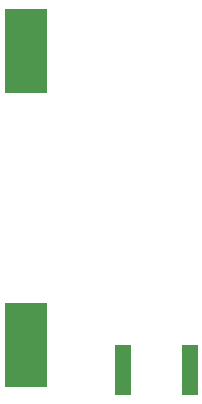
<source format=gbr>
G04 #@! TF.GenerationSoftware,KiCad,Pcbnew,5.1.5*
G04 #@! TF.CreationDate,2020-01-23T21:18:07+01:00*
G04 #@! TF.ProjectId,LORA_ATTINY84,4c4f5241-5f41-4545-9449-4e5938342e6b,rev?*
G04 #@! TF.SameCoordinates,Original*
G04 #@! TF.FileFunction,Paste,Bot*
G04 #@! TF.FilePolarity,Positive*
%FSLAX46Y46*%
G04 Gerber Fmt 4.6, Leading zero omitted, Abs format (unit mm)*
G04 Created by KiCad (PCBNEW 5.1.5) date 2020-01-23 21:18:07*
%MOMM*%
%LPD*%
G04 APERTURE LIST*
%ADD10R,1.350000X4.200000*%
%ADD11R,3.600000X7.100000*%
G04 APERTURE END LIST*
D10*
X90912200Y-77393800D03*
X85262200Y-77393800D03*
D11*
X77063600Y-75336400D03*
X77063600Y-50444400D03*
M02*

</source>
